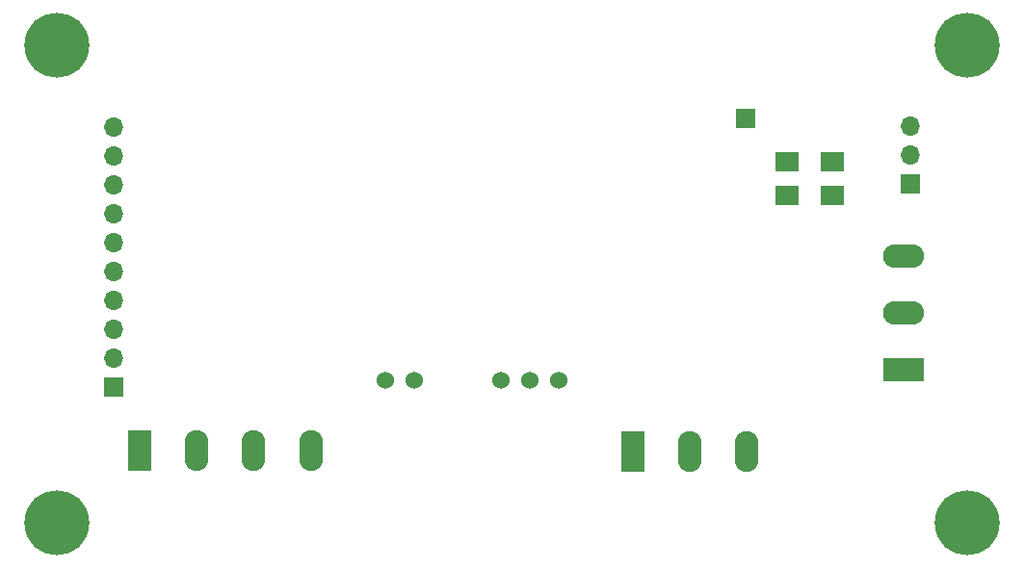
<source format=gbs>
G04 #@! TF.FileFunction,Soldermask,Bot*
%FSLAX46Y46*%
G04 Gerber Fmt 4.6, Leading zero omitted, Abs format (unit mm)*
G04 Created by KiCad (PCBNEW 4.0.6) date 2017 August 05, Saturday 23:38:27*
%MOMM*%
%LPD*%
G01*
G04 APERTURE LIST*
%ADD10C,0.100000*%
%ADD11R,1.700000X1.700000*%
%ADD12O,1.700000X1.700000*%
%ADD13R,3.600000X2.100000*%
%ADD14O,3.600000X2.100000*%
%ADD15R,2.100000X3.600000*%
%ADD16O,2.100000X3.600000*%
%ADD17R,2.000000X1.700000*%
%ADD18C,1.524000*%
%ADD19C,5.700000*%
G04 APERTURE END LIST*
D10*
D11*
X175000000Y-122200000D03*
D12*
X175000000Y-119660000D03*
X175000000Y-117120000D03*
D13*
X174400000Y-138500000D03*
D14*
X174400000Y-133500000D03*
X174400000Y-128500000D03*
D11*
X105000000Y-140000000D03*
D12*
X105000000Y-137460000D03*
X105000000Y-134920000D03*
X105000000Y-132380000D03*
X105000000Y-129840000D03*
X105000000Y-127300000D03*
X105000000Y-124760000D03*
X105000000Y-122220000D03*
X105000000Y-119680000D03*
X105000000Y-117140000D03*
D15*
X107315000Y-145605500D03*
D16*
X112315000Y-145605500D03*
X117315000Y-145605500D03*
X122315000Y-145605500D03*
D15*
X150622000Y-145732500D03*
D16*
X155622000Y-145732500D03*
X160622000Y-145732500D03*
D11*
X160500000Y-116400000D03*
D17*
X168200000Y-120200000D03*
X164200000Y-120200000D03*
X168200000Y-123200000D03*
X164200000Y-123200000D03*
D18*
X128905000Y-139446000D03*
X131445000Y-139446000D03*
X139065000Y-139446000D03*
X141605000Y-139446000D03*
X144145000Y-139446000D03*
D19*
X100000000Y-110000000D03*
X100000000Y-152000000D03*
X180000000Y-110000000D03*
X180000000Y-152000000D03*
M02*

</source>
